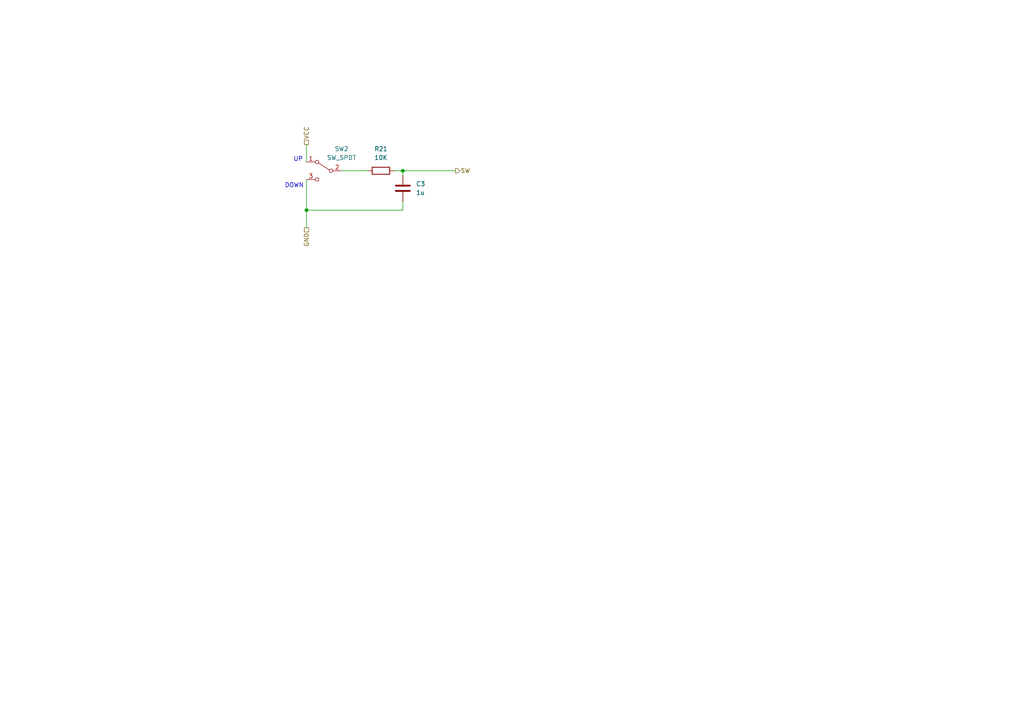
<source format=kicad_sch>
(kicad_sch (version 20230121) (generator eeschema)
  (paper "A4")
  (lib_symbols
    (symbol "Device:C" (pin_numbers hide) (pin_names (offset 0.254))
      (property "Reference" "C" (at 0.635 2.54 0))
      (property "Value" "C" (at 0.635 -2.54 0))
      (symbol "C_0_1"
        (polyline (pts (xy -2.032 -0.762) (xy 2.032 -0.762)) (stroke (width 0.508)))
        (polyline (pts (xy -2.032 0.762) (xy 2.032 0.762)) (stroke (width 0.508)))
      )
      (symbol "C_1_1"
        (pin passive line (at 0 3.81 270) (length 2.794) (name "~") (number "1"))
        (pin passive line (at 0 -3.81 90) (length 2.794) (name "~") (number "2"))
      )
    )
    (symbol "Device:R" (pin_numbers hide) (pin_names (offset 0))
      (property "Reference" "R" (at 2.032 0 90))
      (property "Value" "R" (at 0 0 90))
      (symbol "R_0_1"
        (rectangle (start -1.016 -2.54) (end 1.016 2.54) (stroke (width 0.254)))
      )
      (symbol "R_1_1"
        (pin passive line (at 0 3.81 270) (length 1.27) (name "~") (number "1"))
        (pin passive line (at 0 -3.81 90) (length 1.27) (name "~") (number "2"))
      )
    )
    (symbol "Switch:SW_SPDT" (pin_names (offset 0) hide)
      (property "Reference" "SW" (at 0 4.318 0))
      (property "Value" "SW_SPDT" (at 0 -5.08 0))
      (symbol "SW_SPDT_0_0"
        (circle (center -2.032 0) (radius 0.508))
        (circle (center 2.032 -2.54) (radius 0.508))
      )
      (symbol "SW_SPDT_0_1"
        (polyline (pts (xy -1.524 0.254) (xy 1.651 2.286)))
        (circle (center 2.032 2.54) (radius 0.508))
      )
      (symbol "SW_SPDT_1_1"
        (pin passive line (at 5.08 2.54 180) (length 2.54) (name "A") (number "1"))
        (pin passive line (at -5.08 0 0) (length 2.54) (name "B") (number "2"))
        (pin passive line (at 5.08 -2.54 180) (length 2.54) (name "C") (number "3"))
      )
    )
  )
  (junction (at 88.9 60.96))
  (junction (at 116.84 49.53))
  (wire (pts (xy 114.3 49.53) (xy 116.84 49.53)))
  (wire (pts (xy 88.9 41.91) (xy 88.9 46.99)))
  (wire (pts (xy 88.9 52.07) (xy 88.9 60.96)))
  (wire (pts (xy 116.84 60.96) (xy 88.9 60.96)))
  (wire (pts (xy 88.9 60.96) (xy 88.9 66.04)))
  (wire (pts (xy 116.84 58.42) (xy 116.84 60.96)))
  (wire (pts (xy 99.06 49.53) (xy 106.68 49.53)))
  (wire (pts (xy 116.84 49.53) (xy 132.08 49.53)))
  (wire (pts (xy 116.84 49.53) (xy 116.84 50.8)))
  (text "DOWN" (at 82.55 54.61 0) (effects (font (size 1.27 1.27)) (justify left bottom)))
  (text "UP" (at 85.09 46.99 0) (effects (font (size 1.27 1.27)) (justify left bottom)))
  (hierarchical_label "GND" (shape passive) (at 88.9 66.04 270))
  (hierarchical_label "SW" (shape output) (at 132.08 49.53 0))
  (hierarchical_label "VCC" (shape passive) (at 88.9 41.91 90))
  (symbol (lib_id "Switch:SW_SPDT") (at 93.98 49.53 0) (mirror y) (unit 1)
    (property "Reference" "SW2" (at 99.06 43.18 0))
    (property "Value" "SW_SPDT" (at 99.06 45.72 0))
    (instances (project "bhalt" (path "" (reference "SW2") (unit 1))) (project "pdp11_front_panel" (path "" (reference "SW1") (unit 1)) (path "" (reference "SW4") (unit 1)) (path "" (reference "SW1") (unit 1)) (path "" (reference "SW2") (unit 1)) (path "" (reference "SW3") (unit 1))))
  )
  (symbol (lib_id "Device:R") (at 110.49 49.53 90) (unit 1)
    (property "Reference" "R21" (at 110.49 43.18 90))
    (property "Value" "10K" (at 110.49 45.72 90))
    (property "Footprint" "Resistor_SMD:R_1206_3216Metric_Pad1.30x1.75mm_HandSolder" (effects hide))
    (instances (project "pdp11_front_panel" (path "" (reference "R21") (unit 1)) (path "" (reference "R24") (unit 1)) (path "" (reference "R10") (unit 1)) (path "" (reference "R22") (unit 1)) (path "" (reference "R23") (unit 1))))
  )
  (symbol (lib_id "Device:C") (at 116.84 54.61 0) (unit 1)
    (property "Reference" "C3" (at 120.65 53.34 0) (effects (justify left)))
    (property "Value" "1u" (at 120.65 55.88 0) (effects (justify left)))
    (property "Footprint" "Capacitor_SMD:C_0603_1608Metric_Pad1.08x0.95mm_HandSolder" (effects hide))
    (instances (project "pdp11_front_panel" (path "" (reference "C3") (unit 1)) (path "" (reference "C6") (unit 1)) (path "" (reference "C1") (unit 1)) (path "" (reference "C4") (unit 1)) (path "" (reference "C5") (unit 1))))
  )
)
</source>
